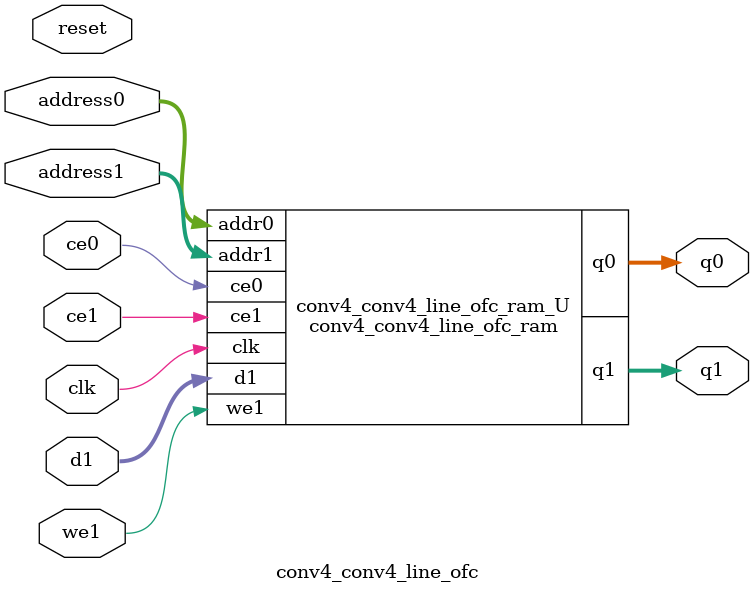
<source format=v>
`timescale 1 ns / 1 ps
module conv4_conv4_line_ofc_ram (addr0, ce0, q0, addr1, ce1, d1, we1, q1,  clk);

parameter DWIDTH = 5;
parameter AWIDTH = 6;
parameter MEM_SIZE = 42;

input[AWIDTH-1:0] addr0;
input ce0;
output reg[DWIDTH-1:0] q0;
input[AWIDTH-1:0] addr1;
input ce1;
input[DWIDTH-1:0] d1;
input we1;
output reg[DWIDTH-1:0] q1;
input clk;

(* ram_style = "distributed" *)reg [DWIDTH-1:0] ram[0:MEM_SIZE-1];




always @(posedge clk)  
begin 
    if (ce0) begin
        q0 <= ram[addr0];
    end
end


always @(posedge clk)  
begin 
    if (ce1) begin
        if (we1) 
            ram[addr1] <= d1; 
        q1 <= ram[addr1];
    end
end


endmodule

`timescale 1 ns / 1 ps
module conv4_conv4_line_ofc(
    reset,
    clk,
    address0,
    ce0,
    q0,
    address1,
    ce1,
    we1,
    d1,
    q1);

parameter DataWidth = 32'd5;
parameter AddressRange = 32'd42;
parameter AddressWidth = 32'd6;
input reset;
input clk;
input[AddressWidth - 1:0] address0;
input ce0;
output[DataWidth - 1:0] q0;
input[AddressWidth - 1:0] address1;
input ce1;
input we1;
input[DataWidth - 1:0] d1;
output[DataWidth - 1:0] q1;



conv4_conv4_line_ofc_ram conv4_conv4_line_ofc_ram_U(
    .clk( clk ),
    .addr0( address0 ),
    .ce0( ce0 ),
    .q0( q0 ),
    .addr1( address1 ),
    .ce1( ce1 ),
    .we1( we1 ),
    .d1( d1 ),
    .q1( q1 ));

endmodule


</source>
